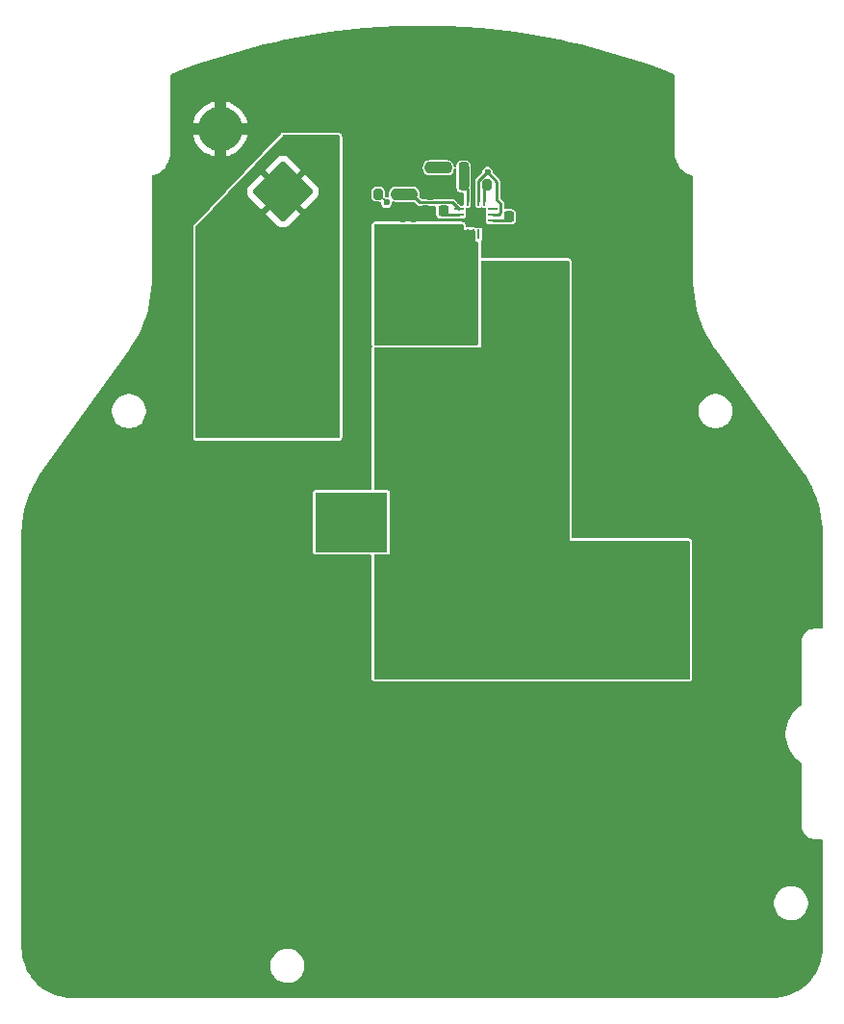
<source format=gtl>
G04 #@! TF.GenerationSoftware,KiCad,Pcbnew,8.0.1*
G04 #@! TF.CreationDate,2024-05-02T01:56:28+08:00*
G04 #@! TF.ProjectId,BatteryPod,42617474-6572-4795-906f-642e6b696361,rev?*
G04 #@! TF.SameCoordinates,Original*
G04 #@! TF.FileFunction,Copper,L1,Top*
G04 #@! TF.FilePolarity,Positive*
%FSLAX46Y46*%
G04 Gerber Fmt 4.6, Leading zero omitted, Abs format (unit mm)*
G04 Created by KiCad (PCBNEW 8.0.1) date 2024-05-02 01:56:28*
%MOMM*%
%LPD*%
G01*
G04 APERTURE LIST*
G04 Aperture macros list*
%AMRoundRect*
0 Rectangle with rounded corners*
0 $1 Rounding radius*
0 $2 $3 $4 $5 $6 $7 $8 $9 X,Y pos of 4 corners*
0 Add a 4 corners polygon primitive as box body*
4,1,4,$2,$3,$4,$5,$6,$7,$8,$9,$2,$3,0*
0 Add four circle primitives for the rounded corners*
1,1,$1+$1,$2,$3*
1,1,$1+$1,$4,$5*
1,1,$1+$1,$6,$7*
1,1,$1+$1,$8,$9*
0 Add four rect primitives between the rounded corners*
20,1,$1+$1,$2,$3,$4,$5,0*
20,1,$1+$1,$4,$5,$6,$7,0*
20,1,$1+$1,$6,$7,$8,$9,0*
20,1,$1+$1,$8,$9,$2,$3,0*%
G04 Aperture macros list end*
G04 #@! TA.AperFunction,SMDPad,CuDef*
%ADD10R,5.334000X5.588000*%
G04 #@! TD*
G04 #@! TA.AperFunction,SMDPad,CuDef*
%ADD11R,6.350000X5.283200*%
G04 #@! TD*
G04 #@! TA.AperFunction,ComponentPad*
%ADD12C,2.000000*%
G04 #@! TD*
G04 #@! TA.AperFunction,ComponentPad*
%ADD13RoundRect,0.250002X2.404160X0.000000X0.000000X2.404160X-2.404160X0.000000X0.000000X-2.404160X0*%
G04 #@! TD*
G04 #@! TA.AperFunction,ComponentPad*
%ADD14C,3.900000*%
G04 #@! TD*
G04 #@! TA.AperFunction,SMDPad,CuDef*
%ADD15RoundRect,0.225000X-0.225000X-0.250000X0.225000X-0.250000X0.225000X0.250000X-0.225000X0.250000X0*%
G04 #@! TD*
G04 #@! TA.AperFunction,SMDPad,CuDef*
%ADD16RoundRect,0.249998X-4.550002X3.650002X-4.550002X-3.650002X4.550002X-3.650002X4.550002X3.650002X0*%
G04 #@! TD*
G04 #@! TA.AperFunction,SMDPad,CuDef*
%ADD17R,0.812800X0.254000*%
G04 #@! TD*
G04 #@! TA.AperFunction,SMDPad,CuDef*
%ADD18R,0.254000X0.812800*%
G04 #@! TD*
G04 #@! TA.AperFunction,SMDPad,CuDef*
%ADD19R,1.752600X1.752600*%
G04 #@! TD*
G04 #@! TA.AperFunction,SMDPad,CuDef*
%ADD20RoundRect,0.250000X2.192031X1.272792X1.272792X2.192031X-2.192031X-1.272792X-1.272792X-2.192031X0*%
G04 #@! TD*
G04 #@! TA.AperFunction,SMDPad,CuDef*
%ADD21RoundRect,0.250000X-0.650000X-2.450000X0.650000X-2.450000X0.650000X2.450000X-0.650000X2.450000X0*%
G04 #@! TD*
G04 #@! TA.AperFunction,SMDPad,CuDef*
%ADD22RoundRect,0.200000X-0.200000X-0.275000X0.200000X-0.275000X0.200000X0.275000X-0.200000X0.275000X0*%
G04 #@! TD*
G04 #@! TA.AperFunction,SMDPad,CuDef*
%ADD23RoundRect,0.200000X0.200000X0.275000X-0.200000X0.275000X-0.200000X-0.275000X0.200000X-0.275000X0*%
G04 #@! TD*
G04 #@! TA.AperFunction,SMDPad,CuDef*
%ADD24RoundRect,0.225000X0.225000X0.250000X-0.225000X0.250000X-0.225000X-0.250000X0.225000X-0.250000X0*%
G04 #@! TD*
G04 #@! TA.AperFunction,SMDPad,CuDef*
%ADD25RoundRect,0.250000X-1.000000X1.400000X-1.000000X-1.400000X1.000000X-1.400000X1.000000X1.400000X0*%
G04 #@! TD*
G04 #@! TA.AperFunction,ViaPad*
%ADD26C,0.600000*%
G04 #@! TD*
G04 #@! TA.AperFunction,Conductor*
%ADD27C,0.200000*%
G04 #@! TD*
G04 #@! TA.AperFunction,Conductor*
%ADD28C,0.250000*%
G04 #@! TD*
G04 #@! TA.AperFunction,Conductor*
%ADD29C,1.000000*%
G04 #@! TD*
G04 #@! TA.AperFunction,Conductor*
%ADD30C,0.900000*%
G04 #@! TD*
G04 APERTURE END LIST*
D10*
X109215001Y-89000000D03*
X98785002Y-89000000D03*
D11*
X104000000Y-111075001D03*
D12*
X128700000Y-132500000D03*
X128700000Y-118800000D03*
D13*
X98000000Y-82000000D03*
D14*
X92484567Y-76484567D03*
D15*
X122750000Y-89400000D03*
X124300000Y-89400000D03*
D16*
X112200000Y-119450000D03*
X112200000Y-131950000D03*
D17*
X116450000Y-85026989D03*
X116450000Y-84526863D03*
X116450000Y-84026737D03*
X116450000Y-83526611D03*
D18*
X115726989Y-82803600D03*
X115226863Y-82803600D03*
X114726737Y-82803600D03*
X114226611Y-82803600D03*
D17*
X113503600Y-83526611D03*
X113503600Y-84026737D03*
X113503600Y-84526863D03*
X113503600Y-85026989D03*
D18*
X114226611Y-85750000D03*
X114726737Y-85750000D03*
X115226863Y-85750000D03*
X115726989Y-85750000D03*
D19*
X114976800Y-84276800D03*
D20*
X93303122Y-85203122D03*
X89696878Y-81596878D03*
D21*
X119400000Y-96100000D03*
X124500000Y-96100000D03*
D22*
X109325000Y-79900000D03*
X110975000Y-79900000D03*
D23*
X117625000Y-81400000D03*
X115975000Y-81400000D03*
D24*
X110550000Y-83675000D03*
X112100000Y-83675000D03*
X113900000Y-79900000D03*
X112350000Y-79900000D03*
X113900000Y-81400000D03*
X112350000Y-81400000D03*
D15*
X122750000Y-92400000D03*
X124300000Y-92400000D03*
D24*
X119425000Y-84200000D03*
X117875000Y-84200000D03*
D22*
X109325000Y-82200000D03*
X110975000Y-82200000D03*
X106350000Y-82200000D03*
X108000000Y-82200000D03*
D25*
X120450000Y-89800000D03*
X113650000Y-89800000D03*
D26*
X114000000Y-126000000D03*
X110000000Y-126000000D03*
X109000000Y-126000000D03*
X108000000Y-126000000D03*
X107000000Y-126000000D03*
X115000000Y-126000000D03*
X116000000Y-126000000D03*
X117000000Y-126000000D03*
X118000000Y-126000000D03*
X119000000Y-126000000D03*
X140000000Y-131000000D03*
X142000000Y-131000000D03*
X139000000Y-131000000D03*
X139000000Y-132000000D03*
X139000000Y-133000000D03*
X139000000Y-134000000D03*
X141000000Y-136000000D03*
X140000000Y-136000000D03*
X139000000Y-135000000D03*
X113000000Y-76000000D03*
X114000000Y-76000000D03*
X131000000Y-71500000D03*
X90000000Y-71500000D03*
X88000000Y-152000000D03*
X87000000Y-152000000D03*
X86000000Y-152000000D03*
X85000000Y-152000000D03*
X84000000Y-152000000D03*
X89000000Y-101000000D03*
X89000000Y-102000000D03*
X89000000Y-103000000D03*
X89000000Y-104000000D03*
X89000000Y-105000000D03*
X90000000Y-105000000D03*
X104000000Y-105000000D03*
X128000000Y-115000000D03*
X128000000Y-123000000D03*
X130000000Y-124000000D03*
X129000000Y-124000000D03*
X128000000Y-124000000D03*
X128000000Y-114000000D03*
X129000000Y-114000000D03*
X130000000Y-114000000D03*
X125000000Y-126000000D03*
X127000000Y-130000000D03*
X126000000Y-130000000D03*
X126000000Y-129000000D03*
X126000000Y-128000000D03*
X126000000Y-127000000D03*
X126000000Y-126000000D03*
X105000000Y-125000000D03*
X106000000Y-126000000D03*
X105000000Y-126000000D03*
X105000000Y-118000000D03*
X105000000Y-121000000D03*
X105000000Y-120000000D03*
X105000000Y-119000000D03*
X145000000Y-111000000D03*
X76000000Y-111000000D03*
X76000000Y-121000000D03*
X76000000Y-120000000D03*
X76000000Y-119000000D03*
X76000000Y-118000000D03*
X76000000Y-117000000D03*
X145000000Y-120000000D03*
X145000000Y-118000000D03*
X145000000Y-119000000D03*
X145000000Y-117000000D03*
X145000000Y-116000000D03*
X145000000Y-115000000D03*
X145000000Y-114000000D03*
X145000000Y-113000000D03*
X145000000Y-112000000D03*
X76000000Y-116000000D03*
X76000000Y-115000000D03*
X76000000Y-114000000D03*
X76000000Y-113000000D03*
X76000000Y-112000000D03*
X104000000Y-101000000D03*
X104000000Y-102000000D03*
X104000000Y-103000000D03*
X104000000Y-104000000D03*
X103000000Y-105000000D03*
X102000000Y-105000000D03*
X101000000Y-105000000D03*
X100000000Y-105000000D03*
X99000000Y-105000000D03*
X98000000Y-105000000D03*
X97000000Y-105000000D03*
X96000000Y-105000000D03*
X95000000Y-105000000D03*
X94000000Y-105000000D03*
X93000000Y-105000000D03*
X92000000Y-105000000D03*
X91000000Y-105000000D03*
X132000000Y-123000000D03*
X132000000Y-117000000D03*
X132000000Y-121000000D03*
X132000000Y-120000000D03*
X132000000Y-122000000D03*
X132000000Y-115000000D03*
X132000000Y-116000000D03*
X132000000Y-118000000D03*
X132000000Y-119000000D03*
X132000000Y-114000000D03*
X131000000Y-114000000D03*
X131000000Y-115000000D03*
X131000000Y-116000000D03*
X131000000Y-118000000D03*
X131000000Y-117000000D03*
X131000000Y-119000000D03*
X131000000Y-120000000D03*
X131000000Y-121000000D03*
X131000000Y-122000000D03*
X131000000Y-123000000D03*
X131000000Y-124000000D03*
X132000000Y-124000000D03*
X133000000Y-124000000D03*
X133000000Y-123000000D03*
X133000000Y-122000000D03*
X133000000Y-121000000D03*
X133000000Y-120000000D03*
X133000000Y-119000000D03*
X133000000Y-118000000D03*
X133000000Y-117000000D03*
X133000000Y-116000000D03*
X133000000Y-115000000D03*
X133000000Y-114000000D03*
X133400000Y-81000000D03*
X87000000Y-81000000D03*
X87000000Y-82000000D03*
X133400000Y-82000000D03*
X133400000Y-83000000D03*
X133400000Y-89000000D03*
X133400000Y-88000000D03*
X133400000Y-87000000D03*
X133400000Y-86000000D03*
X133400000Y-85000000D03*
X133400000Y-84000000D03*
X87000000Y-84000000D03*
X87000000Y-89000000D03*
X87000000Y-88000000D03*
X87000000Y-87000000D03*
X87000000Y-86000000D03*
X87000000Y-85000000D03*
X118200000Y-82800000D03*
X118700000Y-81400000D03*
X112900000Y-82300000D03*
X113600000Y-82800000D03*
X117000000Y-78000000D03*
X116000000Y-77000000D03*
X115000000Y-76000000D03*
X109000000Y-76000000D03*
X108000000Y-76000000D03*
X107000000Y-76000000D03*
X106000000Y-76000000D03*
X105000000Y-76000000D03*
X104000000Y-76000000D03*
X109000000Y-79000000D03*
X104000000Y-84000000D03*
X104000000Y-83000000D03*
X104000000Y-82000000D03*
X104000000Y-81000000D03*
X104000000Y-80000000D03*
X108000000Y-79000000D03*
X107000000Y-79000000D03*
X106000000Y-79000000D03*
X105000000Y-79000000D03*
X104000000Y-79000000D03*
X116450000Y-85750000D03*
X109500000Y-84400000D03*
X108547738Y-84402000D03*
X107550000Y-84300000D03*
X114900000Y-79500000D03*
X114900000Y-80400000D03*
X115800000Y-88400000D03*
X107100000Y-82950000D03*
X116000000Y-80300000D03*
X145000000Y-140000000D03*
X145000000Y-141000000D03*
X145000000Y-142000000D03*
X145000000Y-147000000D03*
X145000000Y-149000000D03*
X145000000Y-148000000D03*
X131000000Y-152000000D03*
X132000000Y-152000000D03*
X133000000Y-152000000D03*
X134000000Y-152000000D03*
X135000000Y-152000000D03*
X136000000Y-152000000D03*
X137000000Y-152000000D03*
X139000000Y-152000000D03*
X138000000Y-152000000D03*
X140000000Y-152000000D03*
X76000000Y-139000000D03*
X76000000Y-140000000D03*
X91000000Y-152000000D03*
X76000000Y-141000000D03*
X76000000Y-142000000D03*
X76000000Y-143000000D03*
X76000000Y-144000000D03*
X76000000Y-145000000D03*
X76000000Y-146000000D03*
X76000000Y-147000000D03*
X76000000Y-148000000D03*
X90000000Y-152000000D03*
X89000000Y-152000000D03*
X83000000Y-152000000D03*
X82000000Y-152000000D03*
X132000000Y-75000000D03*
X132000000Y-74000000D03*
X132000000Y-73000000D03*
X132000000Y-72000000D03*
X89000000Y-75000000D03*
X89000000Y-74000000D03*
X89000000Y-73000000D03*
X89000000Y-72000000D03*
X120000000Y-87000000D03*
X119000000Y-87000000D03*
X118000000Y-87000000D03*
X117000000Y-87000000D03*
X116000000Y-87000000D03*
X115500000Y-84800000D03*
X114450000Y-83750000D03*
X115500000Y-83750000D03*
X114450000Y-84800000D03*
X114976800Y-84276800D03*
D27*
X107100000Y-82950000D02*
X106350000Y-82200000D01*
D28*
X109325000Y-82200000D02*
X110052000Y-82927000D01*
X110052000Y-82927000D02*
X112903989Y-82927000D01*
X112903989Y-82927000D02*
X113503600Y-83526611D01*
D29*
X109325000Y-82200000D02*
X108000000Y-82200000D01*
D28*
X112100000Y-83675000D02*
X112100000Y-84026737D01*
X112100000Y-84026737D02*
X113503600Y-84026737D01*
X116000000Y-80300000D02*
X116800000Y-81100000D01*
X116800000Y-81100000D02*
X116800000Y-82700000D01*
X116800000Y-82700000D02*
X117173000Y-83073000D01*
X117173000Y-83827000D02*
X116973263Y-84026737D01*
X115955234Y-80300000D02*
X115226863Y-81028371D01*
X115226863Y-81028371D02*
X115226863Y-82803600D01*
X116000000Y-80300000D02*
X115955234Y-80300000D01*
X117173000Y-83073000D02*
X117173000Y-83827000D01*
X116973263Y-84026737D02*
X116450000Y-84026737D01*
D29*
X110975000Y-79900000D02*
X112350000Y-79900000D01*
D30*
X113900000Y-79900000D02*
X113900000Y-81400000D01*
D28*
X116450000Y-84526863D02*
X117548137Y-84526863D01*
X117548137Y-84526863D02*
X117875000Y-84200000D01*
X115726989Y-82803600D02*
X115726989Y-81648011D01*
X115726989Y-81648011D02*
X115975000Y-81400000D01*
X114226611Y-82803600D02*
X114226611Y-81726611D01*
X114226611Y-81726611D02*
X113900000Y-81400000D01*
G04 #@! TA.AperFunction,Conductor*
G36*
X111020432Y-67396261D02*
G01*
X112504640Y-67433453D01*
X112507698Y-67433569D01*
X113990499Y-67507931D01*
X113993551Y-67508122D01*
X115474045Y-67619609D01*
X115477131Y-67619880D01*
X116954388Y-67768423D01*
X116957404Y-67768764D01*
X118430437Y-67954262D01*
X118433449Y-67954679D01*
X119901474Y-68177036D01*
X119904429Y-68177521D01*
X121366341Y-68436570D01*
X121369392Y-68437150D01*
X122824394Y-68732747D01*
X122827306Y-68733377D01*
X124274463Y-69065336D01*
X124277361Y-69066038D01*
X125715758Y-69434148D01*
X125718707Y-69434942D01*
X127147398Y-69838961D01*
X127150308Y-69839824D01*
X128568369Y-70279487D01*
X128571318Y-70280441D01*
X129977980Y-70755512D01*
X129980827Y-70756514D01*
X131375143Y-71266673D01*
X131377972Y-71267748D01*
X132371011Y-71659563D01*
X132426147Y-71702479D01*
X132449329Y-71768391D01*
X132449500Y-71774909D01*
X132449500Y-78434108D01*
X132449500Y-78500000D01*
X132449500Y-78630081D01*
X132480859Y-78888347D01*
X132526803Y-79074750D01*
X132543121Y-79140955D01*
X132607630Y-79311049D01*
X132635375Y-79384206D01*
X132756278Y-79614569D01*
X132756281Y-79614574D01*
X132756282Y-79614575D01*
X132803932Y-79683608D01*
X132904068Y-79828678D01*
X133076587Y-80023413D01*
X133271322Y-80195932D01*
X133485431Y-80343722D01*
X133715794Y-80464625D01*
X133959050Y-80556880D01*
X134005174Y-80568248D01*
X134065555Y-80603404D01*
X134097344Y-80665623D01*
X134099500Y-80688645D01*
X134099500Y-89825455D01*
X134099521Y-89825797D01*
X134099541Y-90047423D01*
X134132789Y-90637598D01*
X134199180Y-91224964D01*
X134298503Y-91807655D01*
X134298512Y-91807698D01*
X134430452Y-92383871D01*
X134594594Y-92951716D01*
X134594597Y-92951724D01*
X134751397Y-93398299D01*
X134790427Y-93509456D01*
X134946862Y-93885794D01*
X135017316Y-94055286D01*
X135274548Y-94587487D01*
X135274560Y-94587510D01*
X135561305Y-95104372D01*
X135561311Y-95104382D01*
X135876694Y-95604326D01*
X135914981Y-95658073D01*
X136005620Y-95785311D01*
X136005688Y-95785419D01*
X139119360Y-100155485D01*
X143720423Y-106613118D01*
X143720424Y-106613119D01*
X143720423Y-106613119D01*
X143735547Y-106634344D01*
X143737534Y-106637216D01*
X144032452Y-107076805D01*
X144036175Y-107082706D01*
X144304996Y-107536661D01*
X144308381Y-107542763D01*
X144551236Y-108011112D01*
X144554272Y-108017394D01*
X144770402Y-108498665D01*
X144773077Y-108505102D01*
X144961793Y-108997768D01*
X144964097Y-109004329D01*
X145008397Y-109142850D01*
X145124803Y-109506834D01*
X145126741Y-109513537D01*
X145258930Y-110024295D01*
X145260487Y-110031097D01*
X145363728Y-110548443D01*
X145364901Y-110555321D01*
X145438886Y-111077700D01*
X145439669Y-111084634D01*
X145484149Y-111610300D01*
X145484542Y-111617266D01*
X145499451Y-112146997D01*
X145499500Y-112150486D01*
X145499500Y-120240244D01*
X145497973Y-120259644D01*
X145492808Y-120292251D01*
X145480820Y-120329146D01*
X145470314Y-120349765D01*
X145447510Y-120381151D01*
X145431151Y-120397510D01*
X145399765Y-120420314D01*
X145379146Y-120430820D01*
X145342251Y-120442808D01*
X145329663Y-120444801D01*
X145309638Y-120447973D01*
X145290244Y-120449500D01*
X144705514Y-120449500D01*
X144518881Y-120479059D01*
X144339163Y-120537454D01*
X144170800Y-120623240D01*
X144083579Y-120686610D01*
X144017927Y-120734310D01*
X144017925Y-120734312D01*
X144017924Y-120734312D01*
X143884312Y-120867924D01*
X143884312Y-120867925D01*
X143884310Y-120867927D01*
X143836610Y-120933579D01*
X143773240Y-121020800D01*
X143687454Y-121189163D01*
X143629059Y-121368881D01*
X143599500Y-121555513D01*
X143599500Y-127095226D01*
X143579815Y-127162265D01*
X143543697Y-127198788D01*
X143446054Y-127263086D01*
X143446037Y-127263098D01*
X143189821Y-127475493D01*
X143189811Y-127475502D01*
X142958390Y-127714731D01*
X142958387Y-127714734D01*
X142754601Y-127977863D01*
X142580869Y-128261766D01*
X142439311Y-128562986D01*
X142331618Y-128877918D01*
X142331615Y-128877930D01*
X142259094Y-129202751D01*
X142222613Y-129533584D01*
X142222613Y-129866415D01*
X142259094Y-130197248D01*
X142331615Y-130522069D01*
X142331618Y-130522081D01*
X142439311Y-130837013D01*
X142580869Y-131138233D01*
X142580870Y-131138234D01*
X142754596Y-131422129D01*
X142754599Y-131422133D01*
X142754601Y-131422136D01*
X142958387Y-131685265D01*
X142958389Y-131685267D01*
X142958393Y-131685272D01*
X143189805Y-131924492D01*
X143189810Y-131924496D01*
X143189811Y-131924497D01*
X143189812Y-131924499D01*
X143446039Y-132136902D01*
X143446043Y-132136905D01*
X143543696Y-132201209D01*
X143588861Y-132254519D01*
X143599500Y-132304772D01*
X143599500Y-137844486D01*
X143629059Y-138031118D01*
X143687454Y-138210836D01*
X143767497Y-138367927D01*
X143773240Y-138379199D01*
X143884310Y-138532073D01*
X144017927Y-138665690D01*
X144170801Y-138776760D01*
X144250347Y-138817290D01*
X144339163Y-138862545D01*
X144339165Y-138862545D01*
X144339168Y-138862547D01*
X144435497Y-138893846D01*
X144518881Y-138920940D01*
X144705514Y-138950500D01*
X144705519Y-138950500D01*
X144734108Y-138950500D01*
X145234108Y-138950500D01*
X145290244Y-138950500D01*
X145309630Y-138952025D01*
X145342253Y-138957192D01*
X145379146Y-138969179D01*
X145399765Y-138979685D01*
X145431151Y-139002489D01*
X145447510Y-139018848D01*
X145470314Y-139050234D01*
X145480820Y-139070853D01*
X145492808Y-139107748D01*
X145497973Y-139140362D01*
X145499500Y-139159755D01*
X145499500Y-148447293D01*
X145499382Y-148452702D01*
X145482614Y-148836750D01*
X145481671Y-148847526D01*
X145431849Y-149225957D01*
X145429971Y-149236610D01*
X145347354Y-149609272D01*
X145344554Y-149619721D01*
X145229775Y-149983755D01*
X145226075Y-149993921D01*
X145080002Y-150346572D01*
X145075430Y-150356376D01*
X144899183Y-150694942D01*
X144893775Y-150704310D01*
X144688681Y-151026244D01*
X144682476Y-151035105D01*
X144450110Y-151337930D01*
X144443156Y-151346217D01*
X144185284Y-151627635D01*
X144177635Y-151635284D01*
X143896217Y-151893156D01*
X143887930Y-151900110D01*
X143585105Y-152132476D01*
X143576244Y-152138681D01*
X143254310Y-152343775D01*
X143244942Y-152349183D01*
X142906376Y-152525430D01*
X142896572Y-152530002D01*
X142543921Y-152676075D01*
X142533755Y-152679775D01*
X142169721Y-152794554D01*
X142159272Y-152797354D01*
X141786610Y-152879971D01*
X141775957Y-152881849D01*
X141397526Y-152931671D01*
X141386750Y-152932614D01*
X141002703Y-152949382D01*
X140997294Y-152949500D01*
X79502706Y-152949500D01*
X79497297Y-152949382D01*
X79113249Y-152932614D01*
X79102473Y-152931671D01*
X78724042Y-152881849D01*
X78713389Y-152879971D01*
X78340727Y-152797354D01*
X78330278Y-152794554D01*
X77966244Y-152679775D01*
X77956078Y-152676075D01*
X77603427Y-152530002D01*
X77593623Y-152525430D01*
X77255057Y-152349183D01*
X77245689Y-152343775D01*
X76923755Y-152138681D01*
X76914894Y-152132476D01*
X76612069Y-151900110D01*
X76603782Y-151893156D01*
X76322364Y-151635284D01*
X76314715Y-151627635D01*
X76056843Y-151346217D01*
X76049889Y-151337930D01*
X75817523Y-151035105D01*
X75811318Y-151026244D01*
X75606224Y-150704310D01*
X75600816Y-150694942D01*
X75424569Y-150356376D01*
X75419997Y-150346572D01*
X75366781Y-150218097D01*
X96899500Y-150218097D01*
X96936446Y-150451368D01*
X97009433Y-150675996D01*
X97107197Y-150867866D01*
X97116657Y-150886433D01*
X97255483Y-151077510D01*
X97422490Y-151244517D01*
X97613567Y-151383343D01*
X97712991Y-151434002D01*
X97824003Y-151490566D01*
X97824005Y-151490566D01*
X97824008Y-151490568D01*
X97944412Y-151529689D01*
X98048631Y-151563553D01*
X98281903Y-151600500D01*
X98281908Y-151600500D01*
X98518097Y-151600500D01*
X98751368Y-151563553D01*
X98975992Y-151490568D01*
X99186433Y-151383343D01*
X99377510Y-151244517D01*
X99544517Y-151077510D01*
X99683343Y-150886433D01*
X99790568Y-150675992D01*
X99863553Y-150451368D01*
X99878598Y-150356376D01*
X99900500Y-150218097D01*
X99900500Y-149981902D01*
X99863553Y-149748631D01*
X99790566Y-149524003D01*
X99683342Y-149313566D01*
X99627430Y-149236610D01*
X99544517Y-149122490D01*
X99377510Y-148955483D01*
X99186433Y-148816657D01*
X98975996Y-148709433D01*
X98751368Y-148636446D01*
X98518097Y-148599500D01*
X98518092Y-148599500D01*
X98281908Y-148599500D01*
X98281903Y-148599500D01*
X98048631Y-148636446D01*
X97824003Y-148709433D01*
X97613566Y-148816657D01*
X97504550Y-148895862D01*
X97422490Y-148955483D01*
X97422488Y-148955485D01*
X97422487Y-148955485D01*
X97255485Y-149122487D01*
X97255485Y-149122488D01*
X97255483Y-149122490D01*
X97195862Y-149204550D01*
X97116657Y-149313566D01*
X97009433Y-149524003D01*
X96936446Y-149748631D01*
X96899500Y-149981902D01*
X96899500Y-150218097D01*
X75366781Y-150218097D01*
X75273924Y-149993921D01*
X75270224Y-149983755D01*
X75269640Y-149981902D01*
X75155442Y-149619710D01*
X75152648Y-149609284D01*
X75070025Y-149236597D01*
X75068152Y-149225971D01*
X75018326Y-148847506D01*
X75017386Y-148836771D01*
X75000618Y-148452702D01*
X75000500Y-148447293D01*
X75000500Y-144718097D01*
X141199500Y-144718097D01*
X141236446Y-144951368D01*
X141309433Y-145175996D01*
X141416657Y-145386433D01*
X141555483Y-145577510D01*
X141722490Y-145744517D01*
X141913567Y-145883343D01*
X142012991Y-145934002D01*
X142124003Y-145990566D01*
X142124005Y-145990566D01*
X142124008Y-145990568D01*
X142244412Y-146029689D01*
X142348631Y-146063553D01*
X142581903Y-146100500D01*
X142581908Y-146100500D01*
X142818097Y-146100500D01*
X143051368Y-146063553D01*
X143275992Y-145990568D01*
X143486433Y-145883343D01*
X143677510Y-145744517D01*
X143844517Y-145577510D01*
X143983343Y-145386433D01*
X144090568Y-145175992D01*
X144163553Y-144951368D01*
X144200500Y-144718097D01*
X144200500Y-144481902D01*
X144163553Y-144248631D01*
X144090566Y-144024003D01*
X143983342Y-143813566D01*
X143844517Y-143622490D01*
X143677510Y-143455483D01*
X143486433Y-143316657D01*
X143275996Y-143209433D01*
X143051368Y-143136446D01*
X142818097Y-143099500D01*
X142818092Y-143099500D01*
X142581908Y-143099500D01*
X142581903Y-143099500D01*
X142348631Y-143136446D01*
X142124003Y-143209433D01*
X141913566Y-143316657D01*
X141804550Y-143395862D01*
X141722490Y-143455483D01*
X141722488Y-143455485D01*
X141722487Y-143455485D01*
X141555485Y-143622487D01*
X141555485Y-143622488D01*
X141555483Y-143622490D01*
X141495862Y-143704550D01*
X141416657Y-143813566D01*
X141309433Y-144024003D01*
X141236446Y-144248631D01*
X141199500Y-144481902D01*
X141199500Y-144718097D01*
X75000500Y-144718097D01*
X75000500Y-113734375D01*
X100644500Y-113734375D01*
X100654973Y-113787029D01*
X100654974Y-113787032D01*
X100694867Y-113846735D01*
X100754569Y-113886626D01*
X100754572Y-113886628D01*
X100754575Y-113886628D01*
X100754576Y-113886629D01*
X100780897Y-113891864D01*
X100807223Y-113897101D01*
X105672100Y-113897100D01*
X105739139Y-113916785D01*
X105784894Y-113969589D01*
X105794541Y-114036665D01*
X105794816Y-114036685D01*
X105794725Y-114037947D01*
X105794839Y-114038736D01*
X105794501Y-114041088D01*
X105794500Y-114041102D01*
X105794500Y-124776007D01*
X105799197Y-124819686D01*
X105810397Y-124871174D01*
X105812890Y-124881372D01*
X105812891Y-124881375D01*
X105855899Y-124962083D01*
X105855901Y-124962086D01*
X105901660Y-125014895D01*
X105919242Y-125032839D01*
X105919246Y-125032843D01*
X105919247Y-125032844D01*
X105919249Y-125032845D01*
X105999059Y-125077488D01*
X105999063Y-125077490D01*
X106066102Y-125097175D01*
X106124000Y-125105500D01*
X106124004Y-125105500D01*
X133675991Y-125105500D01*
X133676000Y-125105500D01*
X133719684Y-125100803D01*
X133748875Y-125094452D01*
X133771174Y-125089602D01*
X133771190Y-125089598D01*
X133771195Y-125089597D01*
X133781373Y-125087110D01*
X133862085Y-125044100D01*
X133914889Y-124998345D01*
X133932843Y-124980754D01*
X133977490Y-124900937D01*
X133997175Y-124833898D01*
X134005500Y-124776000D01*
X134005500Y-112824000D01*
X134000803Y-112780316D01*
X133996897Y-112762364D01*
X133989602Y-112728825D01*
X133989348Y-112727789D01*
X133987110Y-112718627D01*
X133944100Y-112637915D01*
X133898345Y-112585111D01*
X133898339Y-112585104D01*
X133880757Y-112567160D01*
X133880756Y-112567159D01*
X133880754Y-112567157D01*
X133880752Y-112567156D01*
X133880750Y-112567154D01*
X133800940Y-112522511D01*
X133800935Y-112522509D01*
X133733903Y-112502826D01*
X133733899Y-112502825D01*
X133733898Y-112502825D01*
X133676000Y-112494500D01*
X133675996Y-112494500D01*
X123529500Y-112494500D01*
X123462461Y-112474815D01*
X123416706Y-112422011D01*
X123405500Y-112370500D01*
X123405500Y-101418097D01*
X134549500Y-101418097D01*
X134586446Y-101651368D01*
X134659433Y-101875996D01*
X134766657Y-102086433D01*
X134905483Y-102277510D01*
X135072490Y-102444517D01*
X135263567Y-102583343D01*
X135362991Y-102634002D01*
X135474003Y-102690566D01*
X135474005Y-102690566D01*
X135474008Y-102690568D01*
X135594412Y-102729689D01*
X135698631Y-102763553D01*
X135931903Y-102800500D01*
X135931908Y-102800500D01*
X136168097Y-102800500D01*
X136401368Y-102763553D01*
X136625992Y-102690568D01*
X136836433Y-102583343D01*
X137027510Y-102444517D01*
X137194517Y-102277510D01*
X137333343Y-102086433D01*
X137440568Y-101875992D01*
X137513553Y-101651368D01*
X137550500Y-101418097D01*
X137550500Y-101181902D01*
X137513553Y-100948631D01*
X137440566Y-100724003D01*
X137333342Y-100513566D01*
X137194517Y-100322490D01*
X137027510Y-100155483D01*
X136836433Y-100016657D01*
X136625996Y-99909433D01*
X136401368Y-99836446D01*
X136168097Y-99799500D01*
X136168092Y-99799500D01*
X135931908Y-99799500D01*
X135931903Y-99799500D01*
X135698631Y-99836446D01*
X135474003Y-99909433D01*
X135263566Y-100016657D01*
X135154550Y-100095862D01*
X135072490Y-100155483D01*
X135072488Y-100155485D01*
X135072487Y-100155485D01*
X134905485Y-100322487D01*
X134905485Y-100322488D01*
X134905483Y-100322490D01*
X134845862Y-100404550D01*
X134766657Y-100513566D01*
X134659433Y-100724003D01*
X134586446Y-100948631D01*
X134549500Y-101181902D01*
X134549500Y-101418097D01*
X123405500Y-101418097D01*
X123405500Y-88174008D01*
X123405499Y-88173992D01*
X123400803Y-88130316D01*
X123396897Y-88112364D01*
X123389602Y-88078825D01*
X123389348Y-88077789D01*
X123387110Y-88068627D01*
X123344100Y-87987915D01*
X123298345Y-87935111D01*
X123298339Y-87935104D01*
X123280757Y-87917160D01*
X123280756Y-87917159D01*
X123280754Y-87917157D01*
X123280752Y-87917156D01*
X123280750Y-87917154D01*
X123200940Y-87872511D01*
X123200935Y-87872509D01*
X123133903Y-87852826D01*
X123133899Y-87852825D01*
X123133898Y-87852825D01*
X123076000Y-87844500D01*
X115574000Y-87844500D01*
X115542753Y-87847859D01*
X115473995Y-87835454D01*
X115422858Y-87787843D01*
X115405500Y-87724570D01*
X115405500Y-86480908D01*
X115405499Y-86480892D01*
X115400803Y-86437217D01*
X115400696Y-86436725D01*
X115400704Y-86436606D01*
X115400271Y-86433930D01*
X115400903Y-86433827D01*
X115405680Y-86367033D01*
X115447550Y-86311099D01*
X115452952Y-86307275D01*
X115483996Y-86286533D01*
X115523890Y-86226828D01*
X115534363Y-86174177D01*
X115534362Y-85325824D01*
X115523890Y-85273172D01*
X115523888Y-85273170D01*
X115523888Y-85273168D01*
X115483995Y-85213465D01*
X115424293Y-85173574D01*
X115424286Y-85173571D01*
X115371643Y-85163100D01*
X115082089Y-85163100D01*
X115029429Y-85173574D01*
X115024245Y-85175722D01*
X114954775Y-85183186D01*
X114929350Y-85175720D01*
X114924165Y-85173572D01*
X114871516Y-85163099D01*
X114865454Y-85162503D01*
X114865512Y-85161905D01*
X114838888Y-85158077D01*
X114833268Y-85156426D01*
X114832619Y-85156332D01*
X114775363Y-85148100D01*
X114775359Y-85148100D01*
X114229500Y-85148100D01*
X114162461Y-85128415D01*
X114116706Y-85075611D01*
X114105500Y-85024100D01*
X114105500Y-84978371D01*
X114105499Y-84978355D01*
X114103051Y-84955587D01*
X114100803Y-84934679D01*
X114092946Y-84898564D01*
X114090709Y-84884351D01*
X114090499Y-84882221D01*
X114090499Y-84882213D01*
X114080027Y-84829561D01*
X114080025Y-84829559D01*
X114080025Y-84829556D01*
X114040134Y-84769858D01*
X114040133Y-84769856D01*
X114040129Y-84769853D01*
X114040128Y-84769852D01*
X114016007Y-84753734D01*
X113996328Y-84737415D01*
X113980757Y-84721523D01*
X113980756Y-84721522D01*
X113980754Y-84721520D01*
X113980752Y-84721519D01*
X113980750Y-84721517D01*
X113900940Y-84676874D01*
X113900935Y-84676872D01*
X113833903Y-84657189D01*
X113833899Y-84657188D01*
X113833898Y-84657188D01*
X113776000Y-84648863D01*
X113775996Y-84648863D01*
X113103296Y-84648863D01*
X113089153Y-84647993D01*
X113089151Y-84648020D01*
X113088442Y-84647950D01*
X113088113Y-84647930D01*
X113087622Y-84647869D01*
X113063458Y-84645490D01*
X113063447Y-84645489D01*
X113061767Y-84645406D01*
X113043306Y-84644500D01*
X109758822Y-84644500D01*
X109758814Y-84644500D01*
X109715133Y-84649197D01*
X109674874Y-84657955D01*
X109667512Y-84658976D01*
X109667530Y-84659076D01*
X109660664Y-84660278D01*
X109654805Y-84661999D01*
X109646239Y-84664185D01*
X109641289Y-84665261D01*
X109632365Y-84668587D01*
X109559520Y-84689976D01*
X109524585Y-84694999D01*
X109475411Y-84694999D01*
X109440479Y-84689977D01*
X109339332Y-84660279D01*
X109339329Y-84660278D01*
X109339324Y-84660277D01*
X109323644Y-84657529D01*
X109318708Y-84656559D01*
X109305588Y-84653705D01*
X109284865Y-84649197D01*
X109284857Y-84649196D01*
X109241185Y-84644500D01*
X109241178Y-84644500D01*
X108810939Y-84644500D01*
X108767253Y-84649196D01*
X108766993Y-84649238D01*
X108743928Y-84654262D01*
X108737312Y-84653790D01*
X108716332Y-84659950D01*
X108707762Y-84662138D01*
X108695136Y-84664884D01*
X108678936Y-84670922D01*
X108656038Y-84677638D01*
X108655875Y-84677702D01*
X108629559Y-84685429D01*
X108607260Y-84691976D01*
X108572328Y-84696999D01*
X108523150Y-84696999D01*
X108488215Y-84691976D01*
X108439705Y-84677732D01*
X108439676Y-84677713D01*
X108416552Y-84670928D01*
X108410629Y-84667123D01*
X108387712Y-84662138D01*
X108379138Y-84659950D01*
X108367726Y-84656599D01*
X108351604Y-84654278D01*
X108328402Y-84649225D01*
X108328223Y-84649196D01*
X108284537Y-84644500D01*
X106124000Y-84644500D01*
X106123992Y-84644500D01*
X106080313Y-84649197D01*
X106028825Y-84660397D01*
X106018627Y-84662890D01*
X106018624Y-84662891D01*
X105937916Y-84705899D01*
X105937913Y-84705901D01*
X105885104Y-84751660D01*
X105867160Y-84769242D01*
X105867154Y-84769249D01*
X105822511Y-84849059D01*
X105822509Y-84849064D01*
X105802826Y-84916096D01*
X105802825Y-84916101D01*
X105802825Y-84916102D01*
X105800155Y-84934676D01*
X105794500Y-84974003D01*
X105794500Y-95370507D01*
X105799197Y-95414186D01*
X105810397Y-95465674D01*
X105812890Y-95475872D01*
X105812892Y-95475879D01*
X105846649Y-95539226D01*
X105860804Y-95607647D01*
X105845438Y-95658073D01*
X105822511Y-95699062D01*
X105822509Y-95699064D01*
X105802826Y-95766096D01*
X105802825Y-95766101D01*
X105802825Y-95766102D01*
X105794500Y-95824000D01*
X105794500Y-108108901D01*
X105795225Y-108115649D01*
X105782820Y-108184406D01*
X105735209Y-108235543D01*
X105671936Y-108252901D01*
X100807225Y-108252901D01*
X100754571Y-108263374D01*
X100754568Y-108263375D01*
X100694865Y-108303268D01*
X100654974Y-108362970D01*
X100654971Y-108362977D01*
X100644500Y-108415619D01*
X100644500Y-113734375D01*
X75000500Y-113734375D01*
X75000500Y-112161303D01*
X75000549Y-112157803D01*
X75009169Y-111852574D01*
X75015543Y-111626878D01*
X75015936Y-111619933D01*
X75060719Y-111092468D01*
X75061498Y-111085595D01*
X75135992Y-110561401D01*
X75137154Y-110554613D01*
X75241100Y-110035528D01*
X75242666Y-110028718D01*
X75255468Y-109979421D01*
X75375733Y-109516359D01*
X75377665Y-109509696D01*
X75539452Y-109005617D01*
X75541758Y-108999072D01*
X75731722Y-108504960D01*
X75734417Y-108498504D01*
X75783083Y-108390544D01*
X75951949Y-108015935D01*
X75955001Y-108009645D01*
X76199443Y-107540079D01*
X76202812Y-107534031D01*
X76473368Y-107079005D01*
X76477077Y-107073149D01*
X76773904Y-106632600D01*
X76775842Y-106629810D01*
X76813182Y-106577632D01*
X76813182Y-106577630D01*
X78961182Y-103576007D01*
X90094500Y-103576007D01*
X90099197Y-103619686D01*
X90110397Y-103671174D01*
X90112890Y-103681372D01*
X90112891Y-103681375D01*
X90155899Y-103762083D01*
X90155901Y-103762086D01*
X90201660Y-103814895D01*
X90219242Y-103832839D01*
X90219246Y-103832843D01*
X90219247Y-103832844D01*
X90219249Y-103832845D01*
X90299059Y-103877488D01*
X90299063Y-103877490D01*
X90366102Y-103897175D01*
X90424000Y-103905500D01*
X90424004Y-103905500D01*
X102875991Y-103905500D01*
X102876000Y-103905500D01*
X102919684Y-103900803D01*
X102948875Y-103894452D01*
X102971174Y-103889602D01*
X102971190Y-103889598D01*
X102971195Y-103889597D01*
X102981373Y-103887110D01*
X103062085Y-103844100D01*
X103114889Y-103798345D01*
X103132843Y-103780754D01*
X103177490Y-103700937D01*
X103197175Y-103633898D01*
X103205500Y-103576000D01*
X103205500Y-82511110D01*
X105769500Y-82511110D01*
X105774941Y-82548454D01*
X105780276Y-82585074D01*
X105836049Y-82699158D01*
X105925841Y-82788950D01*
X106039925Y-82844723D01*
X106039926Y-82844723D01*
X106039928Y-82844724D01*
X106113890Y-82855500D01*
X106113896Y-82855500D01*
X106493525Y-82855500D01*
X106560564Y-82875185D01*
X106606319Y-82927989D01*
X106616263Y-82961853D01*
X106634222Y-83086765D01*
X106689546Y-83207905D01*
X106691621Y-83212449D01*
X106782104Y-83316872D01*
X106782106Y-83316873D01*
X106782108Y-83316875D01*
X106898338Y-83391572D01*
X106898343Y-83391574D01*
X107030912Y-83430499D01*
X107030914Y-83430500D01*
X107030915Y-83430500D01*
X107169086Y-83430500D01*
X107169086Y-83430499D01*
X107296513Y-83393084D01*
X107301656Y-83391574D01*
X107301657Y-83391573D01*
X107301659Y-83391573D01*
X107303331Y-83390499D01*
X107417891Y-83316875D01*
X107417890Y-83316875D01*
X107417896Y-83316872D01*
X107508379Y-83212449D01*
X107565777Y-83086765D01*
X107584730Y-82954940D01*
X107613755Y-82891386D01*
X107672533Y-82853611D01*
X107725344Y-82849884D01*
X107763890Y-82855500D01*
X107795081Y-82855500D01*
X107819272Y-82857883D01*
X107932974Y-82880499D01*
X107932976Y-82880500D01*
X107932977Y-82880500D01*
X109392024Y-82880500D01*
X109392024Y-82880499D01*
X109478352Y-82863328D01*
X109547940Y-82869555D01*
X109590222Y-82897264D01*
X109807539Y-83114581D01*
X109864419Y-83171461D01*
X109884045Y-83182792D01*
X109934075Y-83211678D01*
X109934077Y-83211679D01*
X109934078Y-83211679D01*
X109934081Y-83211681D01*
X110011780Y-83232500D01*
X111349749Y-83232500D01*
X111416788Y-83252185D01*
X111462543Y-83304989D01*
X111472487Y-83374147D01*
X111472222Y-83375897D01*
X111469500Y-83393083D01*
X111469500Y-83956916D01*
X111469499Y-83956916D01*
X111484537Y-84051863D01*
X111484538Y-84051866D01*
X111484539Y-84051868D01*
X111542854Y-84166318D01*
X111542855Y-84166319D01*
X111542858Y-84166323D01*
X111633676Y-84257141D01*
X111633680Y-84257144D01*
X111633682Y-84257146D01*
X111748132Y-84315461D01*
X111748134Y-84315461D01*
X111748136Y-84315462D01*
X111843083Y-84330500D01*
X111843084Y-84330500D01*
X112038456Y-84330500D01*
X112054637Y-84331560D01*
X112059779Y-84332236D01*
X112059780Y-84332237D01*
X113057154Y-84332237D01*
X113073340Y-84333831D01*
X113073359Y-84333640D01*
X113079415Y-84334235D01*
X113079423Y-84334237D01*
X113927776Y-84334236D01*
X113980428Y-84323764D01*
X114040133Y-84283870D01*
X114080027Y-84224165D01*
X114090500Y-84171514D01*
X114090499Y-83881961D01*
X114080027Y-83829309D01*
X114080025Y-83829306D01*
X114077879Y-83824124D01*
X114070412Y-83754655D01*
X114077883Y-83729212D01*
X114080023Y-83724044D01*
X114080027Y-83724039D01*
X114080585Y-83721237D01*
X114090499Y-83671392D01*
X114090500Y-83671388D01*
X114090499Y-83514498D01*
X114110183Y-83447460D01*
X114162987Y-83401705D01*
X114214499Y-83390499D01*
X114371386Y-83390499D01*
X114371387Y-83390499D01*
X114424039Y-83380027D01*
X114483744Y-83340133D01*
X114523638Y-83280428D01*
X114534111Y-83227777D01*
X114534111Y-83227774D01*
X114919363Y-83227774D01*
X114929836Y-83280428D01*
X114929837Y-83280431D01*
X114969730Y-83340134D01*
X115020635Y-83374147D01*
X115029435Y-83380027D01*
X115029438Y-83380027D01*
X115029439Y-83380028D01*
X115038519Y-83381834D01*
X115082086Y-83390500D01*
X115371639Y-83390499D01*
X115424291Y-83380027D01*
X115424295Y-83380023D01*
X115429472Y-83377880D01*
X115498942Y-83370411D01*
X115524385Y-83377882D01*
X115529559Y-83380025D01*
X115529561Y-83380027D01*
X115529563Y-83380027D01*
X115529567Y-83380029D01*
X115571566Y-83388382D01*
X115582212Y-83390500D01*
X115739100Y-83390499D01*
X115806139Y-83410183D01*
X115851894Y-83462987D01*
X115863100Y-83514498D01*
X115863100Y-83671384D01*
X115863101Y-83671387D01*
X115873573Y-83724039D01*
X115873573Y-83724040D01*
X115873574Y-83724041D01*
X115875721Y-83729225D01*
X115883187Y-83798695D01*
X115875721Y-83824121D01*
X115873572Y-83829307D01*
X115863100Y-83881957D01*
X115863100Y-84171510D01*
X115863101Y-84171513D01*
X115873573Y-84224165D01*
X115873573Y-84224166D01*
X115873574Y-84224167D01*
X115875721Y-84229351D01*
X115883187Y-84298821D01*
X115875721Y-84324247D01*
X115873572Y-84329433D01*
X115863100Y-84382083D01*
X115863100Y-84671637D01*
X115873573Y-84724291D01*
X115873574Y-84724294D01*
X115913467Y-84783997D01*
X115967624Y-84820183D01*
X115973172Y-84823890D01*
X115973175Y-84823890D01*
X115973176Y-84823891D01*
X115999497Y-84829126D01*
X116025823Y-84834363D01*
X116874176Y-84834362D01*
X116874177Y-84834361D01*
X116880236Y-84833765D01*
X116880254Y-84833956D01*
X116896438Y-84832363D01*
X117478569Y-84832363D01*
X117516889Y-84838433D01*
X117523130Y-84840460D01*
X117523132Y-84840461D01*
X117570608Y-84847980D01*
X117618083Y-84855500D01*
X117618084Y-84855500D01*
X118131916Y-84855500D01*
X118226863Y-84840462D01*
X118226863Y-84840461D01*
X118226868Y-84840461D01*
X118341318Y-84782146D01*
X118432146Y-84691318D01*
X118490461Y-84576868D01*
X118505500Y-84481916D01*
X118505500Y-83918084D01*
X118499779Y-83881961D01*
X118490462Y-83823136D01*
X118490461Y-83823134D01*
X118490461Y-83823132D01*
X118432146Y-83708682D01*
X118432144Y-83708680D01*
X118432141Y-83708676D01*
X118341323Y-83617858D01*
X118341319Y-83617855D01*
X118341318Y-83617854D01*
X118226868Y-83559539D01*
X118226866Y-83559538D01*
X118226863Y-83559537D01*
X118131916Y-83544500D01*
X117618084Y-83544500D01*
X117613233Y-83544882D01*
X117613065Y-83542756D01*
X117552597Y-83534938D01*
X117499148Y-83489938D01*
X117478513Y-83423185D01*
X117478500Y-83421423D01*
X117478500Y-83032782D01*
X117478500Y-83032780D01*
X117457681Y-82955081D01*
X117454747Y-82950000D01*
X117417464Y-82885425D01*
X117417461Y-82885419D01*
X117360581Y-82828539D01*
X117141819Y-82609777D01*
X117108334Y-82548454D01*
X117105500Y-82522096D01*
X117105500Y-81059782D01*
X117105500Y-81059780D01*
X117084681Y-80982081D01*
X117044461Y-80912419D01*
X116987581Y-80855539D01*
X116521760Y-80389718D01*
X116488275Y-80328395D01*
X116485441Y-80302037D01*
X116485441Y-80300001D01*
X116465777Y-80163234D01*
X116436208Y-80098487D01*
X116408379Y-80037551D01*
X116317896Y-79933128D01*
X116317893Y-79933126D01*
X116317891Y-79933124D01*
X116201661Y-79858427D01*
X116201656Y-79858425D01*
X116069087Y-79819500D01*
X116069085Y-79819500D01*
X115930915Y-79819500D01*
X115930912Y-79819500D01*
X115798343Y-79858425D01*
X115798338Y-79858427D01*
X115682108Y-79933124D01*
X115682106Y-79933126D01*
X115682104Y-79933127D01*
X115682104Y-79933128D01*
X115623907Y-80000291D01*
X115591621Y-80037551D01*
X115591620Y-80037552D01*
X115534222Y-80163234D01*
X115518982Y-80269232D01*
X115489956Y-80332787D01*
X115483925Y-80339265D01*
X115039282Y-80783910D01*
X114982404Y-80840787D01*
X114982398Y-80840796D01*
X114942184Y-80910446D01*
X114942183Y-80910448D01*
X114921363Y-80988151D01*
X114921363Y-82357154D01*
X114919768Y-82373340D01*
X114919960Y-82373359D01*
X114919363Y-82379421D01*
X114919363Y-83227774D01*
X114534111Y-83227774D01*
X114534110Y-82379424D01*
X114534110Y-82379422D01*
X114533513Y-82373364D01*
X114533704Y-82373345D01*
X114532111Y-82357162D01*
X114532111Y-81686391D01*
X114531560Y-81682205D01*
X114530500Y-81666024D01*
X114530500Y-79618083D01*
X114515462Y-79523136D01*
X114515461Y-79523134D01*
X114515461Y-79523132D01*
X114457146Y-79408682D01*
X114457144Y-79408680D01*
X114457141Y-79408676D01*
X114366323Y-79317858D01*
X114366319Y-79317855D01*
X114366318Y-79317854D01*
X114251868Y-79259539D01*
X114251866Y-79259538D01*
X114251863Y-79259537D01*
X114156916Y-79244500D01*
X113643084Y-79244500D01*
X113548136Y-79259537D01*
X113433680Y-79317855D01*
X113433676Y-79317858D01*
X113342858Y-79408676D01*
X113342855Y-79408680D01*
X113284537Y-79523136D01*
X113269500Y-79618083D01*
X113269500Y-79775517D01*
X113249815Y-79842556D01*
X113197011Y-79888311D01*
X113127853Y-79898255D01*
X113064297Y-79869230D01*
X113026523Y-79810452D01*
X113023883Y-79799708D01*
X113004350Y-79701511D01*
X113004349Y-79701505D01*
X112989939Y-79666715D01*
X112981227Y-79622919D01*
X112980883Y-79622947D01*
X112980653Y-79620034D01*
X112980500Y-79619262D01*
X112980500Y-79618083D01*
X112965462Y-79523136D01*
X112965461Y-79523134D01*
X112965461Y-79523132D01*
X112907146Y-79408682D01*
X112907144Y-79408680D01*
X112907141Y-79408676D01*
X112816323Y-79317858D01*
X112816319Y-79317855D01*
X112816318Y-79317854D01*
X112701868Y-79259539D01*
X112701866Y-79259538D01*
X112701863Y-79259537D01*
X112606916Y-79244500D01*
X112554919Y-79244500D01*
X112530728Y-79242117D01*
X112417026Y-79219500D01*
X112417023Y-79219500D01*
X110907977Y-79219500D01*
X110907973Y-79219500D01*
X110794272Y-79242117D01*
X110770081Y-79244500D01*
X110738890Y-79244500D01*
X110689582Y-79251684D01*
X110664925Y-79255276D01*
X110550841Y-79311049D01*
X110461050Y-79400840D01*
X110405274Y-79514932D01*
X110403217Y-79521589D01*
X110387852Y-79553858D01*
X110371951Y-79577657D01*
X110371944Y-79577669D01*
X110320651Y-79701503D01*
X110320648Y-79701512D01*
X110294500Y-79832972D01*
X110294500Y-79967027D01*
X110320648Y-80098487D01*
X110320651Y-80098496D01*
X110371944Y-80222332D01*
X110371950Y-80222342D01*
X110387850Y-80246138D01*
X110403218Y-80278412D01*
X110405275Y-80285070D01*
X110461050Y-80399159D01*
X110550841Y-80488950D01*
X110664925Y-80544723D01*
X110664926Y-80544723D01*
X110664928Y-80544724D01*
X110738890Y-80555500D01*
X110770081Y-80555500D01*
X110794272Y-80557883D01*
X110907974Y-80580499D01*
X110907976Y-80580500D01*
X110907977Y-80580500D01*
X112417024Y-80580500D01*
X112417024Y-80580499D01*
X112530728Y-80557883D01*
X112554919Y-80555500D01*
X112606916Y-80555500D01*
X112701863Y-80540462D01*
X112701863Y-80540461D01*
X112701868Y-80540461D01*
X112816318Y-80482146D01*
X112907146Y-80391318D01*
X112965461Y-80276868D01*
X112966671Y-80269232D01*
X112980500Y-80181916D01*
X112980500Y-80180735D01*
X112980654Y-80179960D01*
X112980883Y-80177053D01*
X112981227Y-80177080D01*
X112989938Y-80133285D01*
X113004349Y-80098495D01*
X113019284Y-80023412D01*
X113023883Y-80000291D01*
X113056267Y-79938380D01*
X113116983Y-79903806D01*
X113186752Y-79907545D01*
X113243425Y-79948411D01*
X113269006Y-80013429D01*
X113269500Y-80024482D01*
X113269500Y-81681916D01*
X113269499Y-81681916D01*
X113284537Y-81776863D01*
X113284538Y-81776866D01*
X113284539Y-81776868D01*
X113342854Y-81891318D01*
X113342855Y-81891319D01*
X113342858Y-81891323D01*
X113433676Y-81982141D01*
X113433680Y-81982144D01*
X113433682Y-81982146D01*
X113548132Y-82040461D01*
X113548134Y-82040461D01*
X113548136Y-82040462D01*
X113643083Y-82055500D01*
X113643084Y-82055500D01*
X113797111Y-82055500D01*
X113864150Y-82075185D01*
X113909905Y-82127989D01*
X113921111Y-82179500D01*
X113921111Y-82357154D01*
X113919516Y-82373341D01*
X113919708Y-82373360D01*
X113919111Y-82379422D01*
X113919111Y-83095111D01*
X113899426Y-83162150D01*
X113846622Y-83207905D01*
X113795111Y-83219111D01*
X113679504Y-83219111D01*
X113612465Y-83199426D01*
X113591823Y-83182792D01*
X113091572Y-82682541D01*
X113091570Y-82682539D01*
X113088448Y-82680736D01*
X113021913Y-82642321D01*
X113021911Y-82642320D01*
X113021908Y-82642319D01*
X112944209Y-82621500D01*
X112944208Y-82621500D01*
X110229904Y-82621500D01*
X110162865Y-82601815D01*
X110142223Y-82585181D01*
X110022265Y-82465223D01*
X109988780Y-82403900D01*
X109988329Y-82353351D01*
X110005499Y-82267027D01*
X110005500Y-82267024D01*
X110005500Y-82132976D01*
X110005499Y-82132972D01*
X109979351Y-82001512D01*
X109979348Y-82001503D01*
X109978725Y-82000000D01*
X109952365Y-81936359D01*
X109928055Y-81877668D01*
X109928053Y-81877665D01*
X109928052Y-81877662D01*
X109912147Y-81853858D01*
X109896777Y-81821575D01*
X109894722Y-81814923D01*
X109838950Y-81700841D01*
X109749158Y-81611049D01*
X109635074Y-81555276D01*
X109616581Y-81552582D01*
X109561110Y-81544500D01*
X109561104Y-81544500D01*
X109529919Y-81544500D01*
X109505728Y-81542117D01*
X109392026Y-81519500D01*
X109392023Y-81519500D01*
X107932977Y-81519500D01*
X107932973Y-81519500D01*
X107819272Y-81542117D01*
X107795081Y-81544500D01*
X107763890Y-81544500D01*
X107714582Y-81551684D01*
X107689925Y-81555276D01*
X107575841Y-81611049D01*
X107486050Y-81700840D01*
X107430274Y-81814932D01*
X107428217Y-81821589D01*
X107412852Y-81853858D01*
X107396951Y-81877657D01*
X107396944Y-81877669D01*
X107345651Y-82001503D01*
X107345648Y-82001512D01*
X107319500Y-82132972D01*
X107319500Y-82132976D01*
X107319500Y-82132977D01*
X107319500Y-82267023D01*
X107319501Y-82267027D01*
X107331648Y-82328097D01*
X107325419Y-82397689D01*
X107282556Y-82452865D01*
X107216666Y-82476109D01*
X107175099Y-82471265D01*
X107169088Y-82469500D01*
X107169085Y-82469500D01*
X107067549Y-82469500D01*
X107000510Y-82449815D01*
X106979864Y-82433178D01*
X106966815Y-82420128D01*
X106933333Y-82358803D01*
X106930500Y-82332450D01*
X106930500Y-81888895D01*
X106930500Y-81888890D01*
X106919724Y-81814928D01*
X106918538Y-81812503D01*
X106863950Y-81700841D01*
X106774158Y-81611049D01*
X106660074Y-81555276D01*
X106641581Y-81552582D01*
X106586110Y-81544500D01*
X106113890Y-81544500D01*
X106064582Y-81551684D01*
X106039925Y-81555276D01*
X105925841Y-81611049D01*
X105836049Y-81700841D01*
X105780276Y-81814925D01*
X105777881Y-81831368D01*
X105769500Y-81888890D01*
X105769500Y-82511110D01*
X103205500Y-82511110D01*
X103205500Y-77124000D01*
X103200803Y-77080316D01*
X103196897Y-77062364D01*
X103189602Y-77028825D01*
X103189348Y-77027789D01*
X103187110Y-77018627D01*
X103144100Y-76937915D01*
X103098345Y-76885111D01*
X103098339Y-76885104D01*
X103080757Y-76867160D01*
X103080756Y-76867159D01*
X103080754Y-76867157D01*
X103080752Y-76867156D01*
X103080750Y-76867154D01*
X103000940Y-76822511D01*
X103000935Y-76822509D01*
X102933903Y-76802826D01*
X102933899Y-76802825D01*
X102933898Y-76802825D01*
X102876000Y-76794500D01*
X98053210Y-76794500D01*
X98053199Y-76794500D01*
X98028645Y-76795972D01*
X97999241Y-76799511D01*
X97940324Y-76819195D01*
X97920777Y-76825726D01*
X97920775Y-76825726D01*
X97920775Y-76825727D01*
X97860325Y-76860749D01*
X97860322Y-76860751D01*
X97814395Y-76896981D01*
X97814390Y-76896986D01*
X93014642Y-81946073D01*
X92902882Y-82063639D01*
X90185183Y-84922516D01*
X90172498Y-84937189D01*
X90172485Y-84937205D01*
X90158054Y-84955584D01*
X90122511Y-85024593D01*
X90102826Y-85091629D01*
X90094500Y-85149536D01*
X90094500Y-103576007D01*
X78961182Y-103576007D01*
X80505410Y-101418097D01*
X82949500Y-101418097D01*
X82986446Y-101651368D01*
X83059433Y-101875996D01*
X83166657Y-102086433D01*
X83305483Y-102277510D01*
X83472490Y-102444517D01*
X83663567Y-102583343D01*
X83762991Y-102634002D01*
X83874003Y-102690566D01*
X83874005Y-102690566D01*
X83874008Y-102690568D01*
X83994412Y-102729689D01*
X84098631Y-102763553D01*
X84331903Y-102800500D01*
X84331908Y-102800500D01*
X84568097Y-102800500D01*
X84801368Y-102763553D01*
X85025992Y-102690568D01*
X85236433Y-102583343D01*
X85427510Y-102444517D01*
X85594517Y-102277510D01*
X85733343Y-102086433D01*
X85840568Y-101875992D01*
X85913553Y-101651368D01*
X85950500Y-101418097D01*
X85950500Y-101181902D01*
X85913553Y-100948631D01*
X85840566Y-100724003D01*
X85733342Y-100513566D01*
X85594517Y-100322490D01*
X85427510Y-100155483D01*
X85236433Y-100016657D01*
X85025996Y-99909433D01*
X84801368Y-99836446D01*
X84568097Y-99799500D01*
X84568092Y-99799500D01*
X84331908Y-99799500D01*
X84331903Y-99799500D01*
X84098631Y-99836446D01*
X83874003Y-99909433D01*
X83663566Y-100016657D01*
X83554550Y-100095862D01*
X83472490Y-100155483D01*
X83472488Y-100155485D01*
X83472487Y-100155485D01*
X83305485Y-100322487D01*
X83305485Y-100322488D01*
X83305483Y-100322490D01*
X83245862Y-100404550D01*
X83166657Y-100513566D01*
X83059433Y-100724003D01*
X82986446Y-100948631D01*
X82949500Y-101181902D01*
X82949500Y-101418097D01*
X80505410Y-101418097D01*
X84445537Y-95912149D01*
X84446550Y-95910915D01*
X84450846Y-95904910D01*
X84450849Y-95904909D01*
X84489196Y-95851325D01*
X84489195Y-95851324D01*
X84494186Y-95844349D01*
X84661788Y-95610180D01*
X84979172Y-95109159D01*
X85267773Y-94591024D01*
X85526673Y-94057427D01*
X85755046Y-93510069D01*
X85952163Y-92950694D01*
X86117397Y-92381087D01*
X86250221Y-91803062D01*
X86350211Y-91218462D01*
X86417048Y-90629151D01*
X86450520Y-90037007D01*
X86450500Y-89740462D01*
X86450500Y-89674570D01*
X86450500Y-80688645D01*
X86470185Y-80621606D01*
X86522989Y-80575851D01*
X86544823Y-80568248D01*
X86590950Y-80556880D01*
X86834206Y-80464625D01*
X87064569Y-80343722D01*
X87278678Y-80195932D01*
X87473413Y-80023413D01*
X87645932Y-79828678D01*
X87793722Y-79614569D01*
X87914625Y-79384206D01*
X88006880Y-79140950D01*
X88069141Y-78888347D01*
X88100500Y-78630081D01*
X88100500Y-78500000D01*
X88100500Y-78434108D01*
X88100500Y-76984567D01*
X90085769Y-76984567D01*
X90106847Y-77095066D01*
X90202111Y-77388256D01*
X90202113Y-77388261D01*
X90333369Y-77667193D01*
X90333372Y-77667199D01*
X90498549Y-77927478D01*
X90695068Y-78165029D01*
X90919789Y-78376055D01*
X90919799Y-78376063D01*
X91169184Y-78557252D01*
X91169202Y-78557264D01*
X91439345Y-78705776D01*
X91439353Y-78705780D01*
X91725974Y-78819261D01*
X91725977Y-78819262D01*
X91984567Y-78885656D01*
X91984567Y-77413302D01*
X91987205Y-77415065D01*
X92178293Y-77494217D01*
X92381151Y-77534567D01*
X92587983Y-77534567D01*
X92790841Y-77494217D01*
X92981929Y-77415065D01*
X92984567Y-77413302D01*
X92984567Y-78885655D01*
X93243156Y-78819262D01*
X93243159Y-78819261D01*
X93529780Y-78705780D01*
X93529788Y-78705776D01*
X93799931Y-78557264D01*
X93799949Y-78557252D01*
X94049334Y-78376063D01*
X94049344Y-78376055D01*
X94274065Y-78165029D01*
X94470584Y-77927478D01*
X94635761Y-77667199D01*
X94635764Y-77667193D01*
X94767020Y-77388261D01*
X94767022Y-77388256D01*
X94862286Y-77095066D01*
X94883365Y-76984567D01*
X93413302Y-76984567D01*
X93415065Y-76981929D01*
X93494217Y-76790841D01*
X93534567Y-76587983D01*
X93534567Y-76381151D01*
X93494217Y-76178293D01*
X93415065Y-75987205D01*
X93413302Y-75984567D01*
X94883365Y-75984567D01*
X94862286Y-75874067D01*
X94767022Y-75580877D01*
X94767020Y-75580872D01*
X94635764Y-75301940D01*
X94635761Y-75301934D01*
X94470584Y-75041655D01*
X94274065Y-74804104D01*
X94049344Y-74593078D01*
X94049334Y-74593070D01*
X93799949Y-74411881D01*
X93799931Y-74411869D01*
X93529788Y-74263357D01*
X93529780Y-74263353D01*
X93243159Y-74149872D01*
X92984567Y-74083476D01*
X92984567Y-75555831D01*
X92981929Y-75554069D01*
X92790841Y-75474917D01*
X92587983Y-75434567D01*
X92381151Y-75434567D01*
X92178293Y-75474917D01*
X91987205Y-75554069D01*
X91984567Y-75555831D01*
X91984567Y-74083476D01*
X91984566Y-74083476D01*
X91725974Y-74149872D01*
X91439353Y-74263353D01*
X91439345Y-74263357D01*
X91169202Y-74411869D01*
X91169184Y-74411881D01*
X90919799Y-74593070D01*
X90919789Y-74593078D01*
X90695068Y-74804104D01*
X90498549Y-75041655D01*
X90333372Y-75301934D01*
X90333369Y-75301940D01*
X90202113Y-75580872D01*
X90202111Y-75580877D01*
X90106847Y-75874067D01*
X90085769Y-75984567D01*
X91555832Y-75984567D01*
X91554069Y-75987205D01*
X91474917Y-76178293D01*
X91434567Y-76381151D01*
X91434567Y-76587983D01*
X91474917Y-76790841D01*
X91554069Y-76981929D01*
X91555832Y-76984567D01*
X90085769Y-76984567D01*
X88100500Y-76984567D01*
X88100500Y-71774909D01*
X88120185Y-71707870D01*
X88172989Y-71662115D01*
X88178979Y-71659566D01*
X89172053Y-71267738D01*
X89174829Y-71266683D01*
X90569197Y-70756505D01*
X90571994Y-70755521D01*
X91978705Y-70280433D01*
X91981599Y-70279496D01*
X93399712Y-69839817D01*
X93402580Y-69838967D01*
X94831312Y-69434936D01*
X94834221Y-69434153D01*
X96272656Y-69066033D01*
X96275517Y-69065340D01*
X97722709Y-68733373D01*
X97725589Y-68732750D01*
X99180621Y-68437147D01*
X99183644Y-68436572D01*
X100645583Y-68177519D01*
X100648513Y-68177037D01*
X102116561Y-67954678D01*
X102119551Y-67954264D01*
X103592604Y-67768763D01*
X103595602Y-67768423D01*
X105072875Y-67619879D01*
X105075947Y-67619609D01*
X106556453Y-67508122D01*
X106559495Y-67507931D01*
X108042304Y-67433568D01*
X108045356Y-67433453D01*
X109529568Y-67396261D01*
X109532674Y-67396222D01*
X111017326Y-67396222D01*
X111020432Y-67396261D01*
G37*
G04 #@! TD.AperFunction*
G04 #@! TA.AperFunction,Conductor*
G36*
X102943039Y-77019685D02*
G01*
X102988794Y-77072489D01*
X103000000Y-77124000D01*
X103000000Y-103576000D01*
X102980315Y-103643039D01*
X102927511Y-103688794D01*
X102876000Y-103700000D01*
X90424000Y-103700000D01*
X90356961Y-103680315D01*
X90311206Y-103627511D01*
X90300000Y-103576000D01*
X90300000Y-85149533D01*
X90319685Y-85082494D01*
X90334128Y-85064099D01*
X90423742Y-84969830D01*
X93163583Y-82087659D01*
X94845837Y-82087659D01*
X94845838Y-82087670D01*
X94886269Y-82258259D01*
X94964957Y-82414940D01*
X95030156Y-82494977D01*
X95030169Y-82494992D01*
X96090811Y-83555634D01*
X97101377Y-82545067D01*
X97184411Y-82669336D01*
X97330664Y-82815589D01*
X97454930Y-82898621D01*
X96444365Y-83909186D01*
X96444365Y-83909187D01*
X97505001Y-84969823D01*
X97505022Y-84969842D01*
X97585053Y-85035038D01*
X97585059Y-85035042D01*
X97741740Y-85113730D01*
X97912329Y-85154161D01*
X97912340Y-85154163D01*
X98087660Y-85154163D01*
X98087670Y-85154161D01*
X98258259Y-85113730D01*
X98414940Y-85035042D01*
X98494977Y-84969843D01*
X98494992Y-84969830D01*
X99555634Y-83909187D01*
X99555634Y-83909186D01*
X98545068Y-82898621D01*
X98669336Y-82815589D01*
X98815589Y-82669336D01*
X98898621Y-82545068D01*
X99909187Y-83555634D01*
X100969823Y-82494998D01*
X100969842Y-82494977D01*
X101035038Y-82414946D01*
X101035042Y-82414940D01*
X101113730Y-82258259D01*
X101154161Y-82087670D01*
X101154163Y-82087659D01*
X101154163Y-81912340D01*
X101154161Y-81912329D01*
X101113730Y-81741740D01*
X101035042Y-81585059D01*
X100969843Y-81505022D01*
X100969830Y-81505007D01*
X99909187Y-80444365D01*
X99909186Y-80444365D01*
X98898621Y-81454930D01*
X98815589Y-81330664D01*
X98669336Y-81184411D01*
X98545068Y-81101378D01*
X99555634Y-80090812D01*
X99555634Y-80090811D01*
X98494998Y-79030176D01*
X98494977Y-79030157D01*
X98414946Y-78964961D01*
X98414940Y-78964957D01*
X98258259Y-78886269D01*
X98087670Y-78845838D01*
X98087660Y-78845837D01*
X97912340Y-78845837D01*
X97912329Y-78845838D01*
X97741740Y-78886269D01*
X97585059Y-78964957D01*
X97505022Y-79030156D01*
X97505006Y-79030170D01*
X96444365Y-80090812D01*
X97454931Y-81101378D01*
X97330664Y-81184411D01*
X97184411Y-81330664D01*
X97101378Y-81454931D01*
X96090812Y-80444365D01*
X96090811Y-80444365D01*
X95030176Y-81505001D01*
X95030157Y-81505022D01*
X94964961Y-81585053D01*
X94964957Y-81585059D01*
X94886269Y-81741740D01*
X94845838Y-81912329D01*
X94845837Y-81912340D01*
X94845837Y-82087659D01*
X93163583Y-82087659D01*
X97963339Y-77038565D01*
X98023794Y-77003540D01*
X98053210Y-77000000D01*
X102876000Y-77000000D01*
X102943039Y-77019685D01*
G37*
G04 #@! TD.AperFunction*
G04 #@! TA.AperFunction,Conductor*
G36*
X108329104Y-84859695D02*
G01*
X108329175Y-84859455D01*
X108332539Y-84860442D01*
X108336052Y-84861207D01*
X108337683Y-84861952D01*
X108337685Y-84861953D01*
X108337686Y-84861953D01*
X108337690Y-84861955D01*
X108475774Y-84902499D01*
X108475776Y-84902500D01*
X108475777Y-84902500D01*
X108619700Y-84902500D01*
X108619700Y-84902499D01*
X108716599Y-84874048D01*
X108757785Y-84861955D01*
X108757786Y-84861954D01*
X108757791Y-84861953D01*
X108757794Y-84861950D01*
X108759424Y-84861207D01*
X108762936Y-84860442D01*
X108766301Y-84859455D01*
X108766371Y-84859695D01*
X108810939Y-84850000D01*
X109241178Y-84850000D01*
X109281077Y-84858680D01*
X109281437Y-84857455D01*
X109428036Y-84900499D01*
X109428038Y-84900500D01*
X109428039Y-84900500D01*
X109571962Y-84900500D01*
X109571962Y-84900499D01*
X109624797Y-84884985D01*
X109718563Y-84857455D01*
X109718922Y-84858680D01*
X109758822Y-84850000D01*
X113043306Y-84850000D01*
X113067494Y-84852382D01*
X113077452Y-84854363D01*
X113776000Y-84854363D01*
X113843039Y-84874048D01*
X113888794Y-84926852D01*
X113900000Y-84978363D01*
X113900000Y-85172852D01*
X113911631Y-85231329D01*
X113911632Y-85231330D01*
X113955947Y-85297652D01*
X114022269Y-85341967D01*
X114022270Y-85341968D01*
X114080747Y-85353599D01*
X114080750Y-85353600D01*
X114080752Y-85353600D01*
X114775363Y-85353600D01*
X114842402Y-85373285D01*
X114888157Y-85426089D01*
X114899363Y-85477600D01*
X114899363Y-86176152D01*
X114910994Y-86234629D01*
X114910995Y-86234630D01*
X114955310Y-86300952D01*
X115021632Y-86345267D01*
X115021633Y-86345268D01*
X115079715Y-86356820D01*
X115080115Y-86356900D01*
X115080120Y-86356900D01*
X115086175Y-86357497D01*
X115085946Y-86359820D01*
X115143039Y-86376585D01*
X115188794Y-86429389D01*
X115200000Y-86480900D01*
X115200000Y-95370500D01*
X115180315Y-95437539D01*
X115127511Y-95483294D01*
X115076000Y-95494500D01*
X106124000Y-95494500D01*
X106056961Y-95474815D01*
X106011206Y-95422011D01*
X106000000Y-95370500D01*
X106000000Y-84974000D01*
X106019685Y-84906961D01*
X106072489Y-84861206D01*
X106124000Y-84850000D01*
X108284537Y-84850000D01*
X108329104Y-84859695D01*
G37*
G04 #@! TD.AperFunction*
G04 #@! TA.AperFunction,Conductor*
G36*
X123143039Y-88069685D02*
G01*
X123188794Y-88122489D01*
X123200000Y-88174000D01*
X123200000Y-112700000D01*
X133676000Y-112700000D01*
X133743039Y-112719685D01*
X133788794Y-112772489D01*
X133800000Y-112824000D01*
X133800000Y-124776000D01*
X133780315Y-124843039D01*
X133727511Y-124888794D01*
X133676000Y-124900000D01*
X106124000Y-124900000D01*
X106056961Y-124880315D01*
X106011206Y-124827511D01*
X106000000Y-124776000D01*
X106000000Y-114041101D01*
X106019685Y-113974062D01*
X106072489Y-113928307D01*
X106124000Y-113917101D01*
X107194750Y-113917101D01*
X107194751Y-113917100D01*
X107209568Y-113914153D01*
X107253229Y-113905469D01*
X107253229Y-113905468D01*
X107253231Y-113905468D01*
X107319552Y-113861153D01*
X107363867Y-113794832D01*
X107363867Y-113794830D01*
X107363868Y-113794830D01*
X107375499Y-113736353D01*
X107375500Y-113736351D01*
X107375500Y-108413650D01*
X107375499Y-108413648D01*
X107363868Y-108355171D01*
X107363867Y-108355170D01*
X107319552Y-108288848D01*
X107253230Y-108244533D01*
X107253229Y-108244532D01*
X107194752Y-108232901D01*
X107194748Y-108232901D01*
X106124000Y-108232901D01*
X106056961Y-108213216D01*
X106011206Y-108160412D01*
X106000000Y-108108901D01*
X106000000Y-95824000D01*
X106019685Y-95756961D01*
X106072489Y-95711206D01*
X106124000Y-95700000D01*
X115450000Y-95700000D01*
X115450000Y-88174000D01*
X115469685Y-88106961D01*
X115522489Y-88061206D01*
X115574000Y-88050000D01*
X123076000Y-88050000D01*
X123143039Y-88069685D01*
G37*
G04 #@! TD.AperFunction*
M02*

</source>
